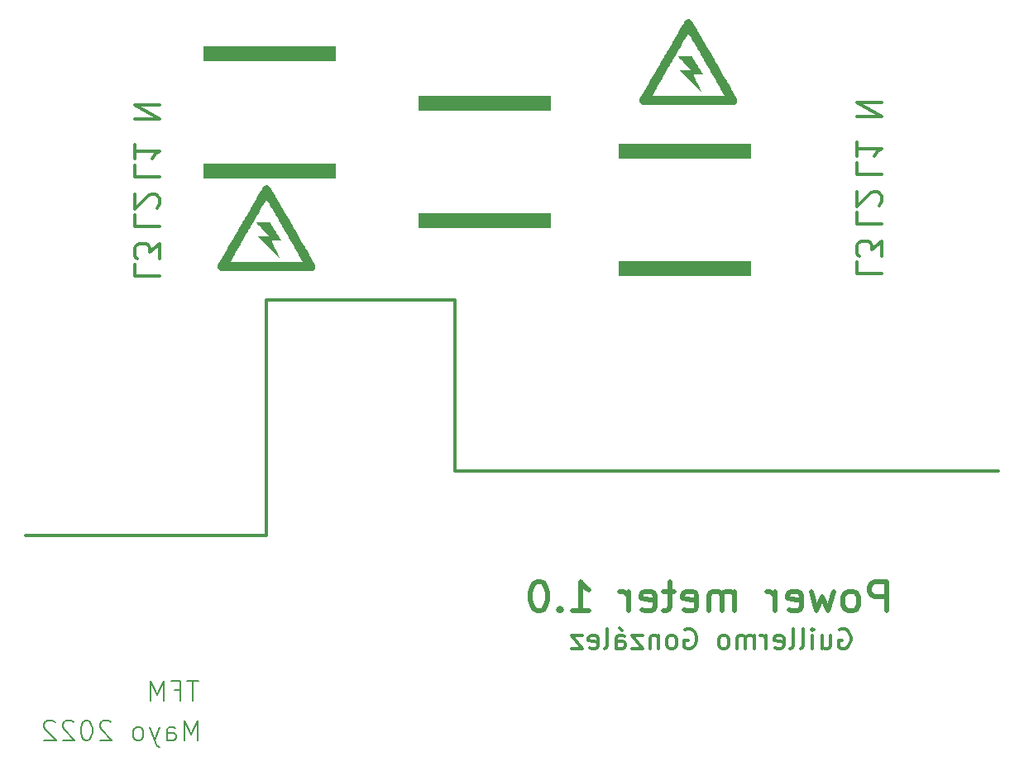
<source format=gbo>
%TF.GenerationSoftware,KiCad,Pcbnew,6.0.4-6f826c9f35~116~ubuntu20.04.1*%
%TF.CreationDate,2022-05-05T18:32:33+02:00*%
%TF.ProjectId,tfm,74666d2e-6b69-4636-9164-5f7063625858,1.0*%
%TF.SameCoordinates,Original*%
%TF.FileFunction,Legend,Bot*%
%TF.FilePolarity,Positive*%
%FSLAX46Y46*%
G04 Gerber Fmt 4.6, Leading zero omitted, Abs format (unit mm)*
G04 Created by KiCad (PCBNEW 6.0.4-6f826c9f35~116~ubuntu20.04.1) date 2022-05-05 18:32:33*
%MOMM*%
%LPD*%
G01*
G04 APERTURE LIST*
G04 Aperture macros list*
%AMRoundRect*
0 Rectangle with rounded corners*
0 $1 Rounding radius*
0 $2 $3 $4 $5 $6 $7 $8 $9 X,Y pos of 4 corners*
0 Add a 4 corners polygon primitive as box body*
4,1,4,$2,$3,$4,$5,$6,$7,$8,$9,$2,$3,0*
0 Add four circle primitives for the rounded corners*
1,1,$1+$1,$2,$3*
1,1,$1+$1,$4,$5*
1,1,$1+$1,$6,$7*
1,1,$1+$1,$8,$9*
0 Add four rect primitives between the rounded corners*
20,1,$1+$1,$2,$3,$4,$5,0*
20,1,$1+$1,$4,$5,$6,$7,0*
20,1,$1+$1,$6,$7,$8,$9,0*
20,1,$1+$1,$8,$9,$2,$3,0*%
G04 Aperture macros list end*
%ADD10C,0.300000*%
%ADD11C,0.200000*%
%ADD12C,0.500000*%
%ADD13C,1.500000*%
%ADD14C,2.000000*%
%ADD15R,1.700000X1.700000*%
%ADD16O,1.700000X1.700000*%
%ADD17RoundRect,0.750000X6.750000X0.000000X6.750000X0.000000X-6.750000X0.000000X-6.750000X0.000000X0*%
%ADD18R,1.524000X1.524000*%
%ADD19C,1.524000*%
%ADD20C,1.800000*%
%ADD21C,6.400000*%
%ADD22C,3.600000*%
%ADD23C,1.600000*%
%ADD24O,1.600000X1.600000*%
%ADD25R,3.960000X1.980000*%
%ADD26O,3.960000X1.980000*%
%ADD27C,1.440000*%
G04 APERTURE END LIST*
D10*
X142650000Y-78232000D02*
X142650000Y-95758000D01*
X142650000Y-95758000D02*
X198276000Y-95758000D01*
X123346000Y-102362000D02*
X123346000Y-78232000D01*
X98708000Y-102362000D02*
X123346000Y-102362000D01*
X123346000Y-78232000D02*
X142650000Y-78232000D01*
X183781047Y-64170666D02*
X183781047Y-65361142D01*
X186281047Y-65361142D01*
X183781047Y-62027809D02*
X183781047Y-63456380D01*
X183781047Y-62742095D02*
X186281047Y-62742095D01*
X185923904Y-62980190D01*
X185685809Y-63218285D01*
X185566761Y-63456380D01*
X183781047Y-69250666D02*
X183781047Y-70441142D01*
X186281047Y-70441142D01*
X186042952Y-68536380D02*
X186162000Y-68417333D01*
X186281047Y-68179238D01*
X186281047Y-67584000D01*
X186162000Y-67345904D01*
X186042952Y-67226857D01*
X185804857Y-67107809D01*
X185566761Y-67107809D01*
X185209619Y-67226857D01*
X183781047Y-68655428D01*
X183781047Y-67107809D01*
D11*
X116267523Y-123332761D02*
X116267523Y-121332761D01*
X115600857Y-122761333D01*
X114934190Y-121332761D01*
X114934190Y-123332761D01*
X113124666Y-123332761D02*
X113124666Y-122285142D01*
X113219904Y-122094666D01*
X113410380Y-121999428D01*
X113791333Y-121999428D01*
X113981809Y-122094666D01*
X113124666Y-123237523D02*
X113315142Y-123332761D01*
X113791333Y-123332761D01*
X113981809Y-123237523D01*
X114077047Y-123047047D01*
X114077047Y-122856571D01*
X113981809Y-122666095D01*
X113791333Y-122570857D01*
X113315142Y-122570857D01*
X113124666Y-122475619D01*
X112362761Y-121999428D02*
X111886571Y-123332761D01*
X111410380Y-121999428D02*
X111886571Y-123332761D01*
X112077047Y-123808952D01*
X112172285Y-123904190D01*
X112362761Y-123999428D01*
X110362761Y-123332761D02*
X110553238Y-123237523D01*
X110648476Y-123142285D01*
X110743714Y-122951809D01*
X110743714Y-122380380D01*
X110648476Y-122189904D01*
X110553238Y-122094666D01*
X110362761Y-121999428D01*
X110077047Y-121999428D01*
X109886571Y-122094666D01*
X109791333Y-122189904D01*
X109696095Y-122380380D01*
X109696095Y-122951809D01*
X109791333Y-123142285D01*
X109886571Y-123237523D01*
X110077047Y-123332761D01*
X110362761Y-123332761D01*
X107410380Y-121523238D02*
X107315142Y-121428000D01*
X107124666Y-121332761D01*
X106648476Y-121332761D01*
X106458000Y-121428000D01*
X106362761Y-121523238D01*
X106267523Y-121713714D01*
X106267523Y-121904190D01*
X106362761Y-122189904D01*
X107505619Y-123332761D01*
X106267523Y-123332761D01*
X105029428Y-121332761D02*
X104838952Y-121332761D01*
X104648476Y-121428000D01*
X104553238Y-121523238D01*
X104458000Y-121713714D01*
X104362761Y-122094666D01*
X104362761Y-122570857D01*
X104458000Y-122951809D01*
X104553238Y-123142285D01*
X104648476Y-123237523D01*
X104838952Y-123332761D01*
X105029428Y-123332761D01*
X105219904Y-123237523D01*
X105315142Y-123142285D01*
X105410380Y-122951809D01*
X105505619Y-122570857D01*
X105505619Y-122094666D01*
X105410380Y-121713714D01*
X105315142Y-121523238D01*
X105219904Y-121428000D01*
X105029428Y-121332761D01*
X103600857Y-121523238D02*
X103505619Y-121428000D01*
X103315142Y-121332761D01*
X102838952Y-121332761D01*
X102648476Y-121428000D01*
X102553238Y-121523238D01*
X102458000Y-121713714D01*
X102458000Y-121904190D01*
X102553238Y-122189904D01*
X103696095Y-123332761D01*
X102458000Y-123332761D01*
X101696095Y-121523238D02*
X101600857Y-121428000D01*
X101410380Y-121332761D01*
X100934190Y-121332761D01*
X100743714Y-121428000D01*
X100648476Y-121523238D01*
X100553238Y-121713714D01*
X100553238Y-121904190D01*
X100648476Y-122189904D01*
X101791333Y-123332761D01*
X100553238Y-123332761D01*
D12*
X186798857Y-110069142D02*
X186798857Y-107069142D01*
X185656000Y-107069142D01*
X185370285Y-107212000D01*
X185227428Y-107354857D01*
X185084571Y-107640571D01*
X185084571Y-108069142D01*
X185227428Y-108354857D01*
X185370285Y-108497714D01*
X185656000Y-108640571D01*
X186798857Y-108640571D01*
X183370285Y-110069142D02*
X183656000Y-109926285D01*
X183798857Y-109783428D01*
X183941714Y-109497714D01*
X183941714Y-108640571D01*
X183798857Y-108354857D01*
X183656000Y-108212000D01*
X183370285Y-108069142D01*
X182941714Y-108069142D01*
X182656000Y-108212000D01*
X182513142Y-108354857D01*
X182370285Y-108640571D01*
X182370285Y-109497714D01*
X182513142Y-109783428D01*
X182656000Y-109926285D01*
X182941714Y-110069142D01*
X183370285Y-110069142D01*
X181370285Y-108069142D02*
X180798857Y-110069142D01*
X180227428Y-108640571D01*
X179656000Y-110069142D01*
X179084571Y-108069142D01*
X176798857Y-109926285D02*
X177084571Y-110069142D01*
X177656000Y-110069142D01*
X177941714Y-109926285D01*
X178084571Y-109640571D01*
X178084571Y-108497714D01*
X177941714Y-108212000D01*
X177656000Y-108069142D01*
X177084571Y-108069142D01*
X176798857Y-108212000D01*
X176656000Y-108497714D01*
X176656000Y-108783428D01*
X178084571Y-109069142D01*
X175370285Y-110069142D02*
X175370285Y-108069142D01*
X175370285Y-108640571D02*
X175227428Y-108354857D01*
X175084571Y-108212000D01*
X174798857Y-108069142D01*
X174513142Y-108069142D01*
X171227428Y-110069142D02*
X171227428Y-108069142D01*
X171227428Y-108354857D02*
X171084571Y-108212000D01*
X170798857Y-108069142D01*
X170370285Y-108069142D01*
X170084571Y-108212000D01*
X169941714Y-108497714D01*
X169941714Y-110069142D01*
X169941714Y-108497714D02*
X169798857Y-108212000D01*
X169513142Y-108069142D01*
X169084571Y-108069142D01*
X168798857Y-108212000D01*
X168656000Y-108497714D01*
X168656000Y-110069142D01*
X166084571Y-109926285D02*
X166370285Y-110069142D01*
X166941714Y-110069142D01*
X167227428Y-109926285D01*
X167370285Y-109640571D01*
X167370285Y-108497714D01*
X167227428Y-108212000D01*
X166941714Y-108069142D01*
X166370285Y-108069142D01*
X166084571Y-108212000D01*
X165941714Y-108497714D01*
X165941714Y-108783428D01*
X167370285Y-109069142D01*
X165084571Y-108069142D02*
X163941714Y-108069142D01*
X164656000Y-107069142D02*
X164656000Y-109640571D01*
X164513142Y-109926285D01*
X164227428Y-110069142D01*
X163941714Y-110069142D01*
X161798857Y-109926285D02*
X162084571Y-110069142D01*
X162656000Y-110069142D01*
X162941714Y-109926285D01*
X163084571Y-109640571D01*
X163084571Y-108497714D01*
X162941714Y-108212000D01*
X162656000Y-108069142D01*
X162084571Y-108069142D01*
X161798857Y-108212000D01*
X161656000Y-108497714D01*
X161656000Y-108783428D01*
X163084571Y-109069142D01*
X160370285Y-110069142D02*
X160370285Y-108069142D01*
X160370285Y-108640571D02*
X160227428Y-108354857D01*
X160084571Y-108212000D01*
X159798857Y-108069142D01*
X159513142Y-108069142D01*
X154656000Y-110069142D02*
X156370285Y-110069142D01*
X155513142Y-110069142D02*
X155513142Y-107069142D01*
X155798857Y-107497714D01*
X156084571Y-107783428D01*
X156370285Y-107926285D01*
X153370285Y-109783428D02*
X153227428Y-109926285D01*
X153370285Y-110069142D01*
X153513142Y-109926285D01*
X153370285Y-109783428D01*
X153370285Y-110069142D01*
X151370285Y-107069142D02*
X151084571Y-107069142D01*
X150798857Y-107212000D01*
X150656000Y-107354857D01*
X150513142Y-107640571D01*
X150370285Y-108212000D01*
X150370285Y-108926285D01*
X150513142Y-109497714D01*
X150656000Y-109783428D01*
X150798857Y-109926285D01*
X151084571Y-110069142D01*
X151370285Y-110069142D01*
X151656000Y-109926285D01*
X151798857Y-109783428D01*
X151941714Y-109497714D01*
X152084571Y-108926285D01*
X152084571Y-108212000D01*
X151941714Y-107640571D01*
X151798857Y-107354857D01*
X151656000Y-107212000D01*
X151370285Y-107069142D01*
D10*
X109867047Y-59642285D02*
X112367047Y-59642285D01*
X109867047Y-58213714D01*
X112367047Y-58213714D01*
X109867047Y-69504666D02*
X109867047Y-70695142D01*
X112367047Y-70695142D01*
X112128952Y-68790380D02*
X112248000Y-68671333D01*
X112367047Y-68433238D01*
X112367047Y-67838000D01*
X112248000Y-67599904D01*
X112128952Y-67480857D01*
X111890857Y-67361809D01*
X111652761Y-67361809D01*
X111295619Y-67480857D01*
X109867047Y-68909428D01*
X109867047Y-67361809D01*
X109867047Y-74584666D02*
X109867047Y-75775142D01*
X112367047Y-75775142D01*
X112367047Y-73989428D02*
X112367047Y-72441809D01*
X111414666Y-73275142D01*
X111414666Y-72918000D01*
X111295619Y-72679904D01*
X111176571Y-72560857D01*
X110938476Y-72441809D01*
X110343238Y-72441809D01*
X110105142Y-72560857D01*
X109986095Y-72679904D01*
X109867047Y-72918000D01*
X109867047Y-73632285D01*
X109986095Y-73870380D01*
X110105142Y-73989428D01*
X182005238Y-112030000D02*
X182195714Y-111934761D01*
X182481428Y-111934761D01*
X182767142Y-112030000D01*
X182957619Y-112220476D01*
X183052857Y-112410952D01*
X183148095Y-112791904D01*
X183148095Y-113077619D01*
X183052857Y-113458571D01*
X182957619Y-113649047D01*
X182767142Y-113839523D01*
X182481428Y-113934761D01*
X182290952Y-113934761D01*
X182005238Y-113839523D01*
X181910000Y-113744285D01*
X181910000Y-113077619D01*
X182290952Y-113077619D01*
X180195714Y-112601428D02*
X180195714Y-113934761D01*
X181052857Y-112601428D02*
X181052857Y-113649047D01*
X180957619Y-113839523D01*
X180767142Y-113934761D01*
X180481428Y-113934761D01*
X180290952Y-113839523D01*
X180195714Y-113744285D01*
X179243333Y-113934761D02*
X179243333Y-112601428D01*
X179243333Y-111934761D02*
X179338571Y-112030000D01*
X179243333Y-112125238D01*
X179148095Y-112030000D01*
X179243333Y-111934761D01*
X179243333Y-112125238D01*
X178005238Y-113934761D02*
X178195714Y-113839523D01*
X178290952Y-113649047D01*
X178290952Y-111934761D01*
X176957619Y-113934761D02*
X177148095Y-113839523D01*
X177243333Y-113649047D01*
X177243333Y-111934761D01*
X175433809Y-113839523D02*
X175624285Y-113934761D01*
X176005238Y-113934761D01*
X176195714Y-113839523D01*
X176290952Y-113649047D01*
X176290952Y-112887142D01*
X176195714Y-112696666D01*
X176005238Y-112601428D01*
X175624285Y-112601428D01*
X175433809Y-112696666D01*
X175338571Y-112887142D01*
X175338571Y-113077619D01*
X176290952Y-113268095D01*
X174481428Y-113934761D02*
X174481428Y-112601428D01*
X174481428Y-112982380D02*
X174386190Y-112791904D01*
X174290952Y-112696666D01*
X174100476Y-112601428D01*
X173910000Y-112601428D01*
X173243333Y-113934761D02*
X173243333Y-112601428D01*
X173243333Y-112791904D02*
X173148095Y-112696666D01*
X172957619Y-112601428D01*
X172671904Y-112601428D01*
X172481428Y-112696666D01*
X172386190Y-112887142D01*
X172386190Y-113934761D01*
X172386190Y-112887142D02*
X172290952Y-112696666D01*
X172100476Y-112601428D01*
X171814761Y-112601428D01*
X171624285Y-112696666D01*
X171529047Y-112887142D01*
X171529047Y-113934761D01*
X170290952Y-113934761D02*
X170481428Y-113839523D01*
X170576666Y-113744285D01*
X170671904Y-113553809D01*
X170671904Y-112982380D01*
X170576666Y-112791904D01*
X170481428Y-112696666D01*
X170290952Y-112601428D01*
X170005238Y-112601428D01*
X169814761Y-112696666D01*
X169719523Y-112791904D01*
X169624285Y-112982380D01*
X169624285Y-113553809D01*
X169719523Y-113744285D01*
X169814761Y-113839523D01*
X170005238Y-113934761D01*
X170290952Y-113934761D01*
X166195714Y-112030000D02*
X166386190Y-111934761D01*
X166671904Y-111934761D01*
X166957619Y-112030000D01*
X167148095Y-112220476D01*
X167243333Y-112410952D01*
X167338571Y-112791904D01*
X167338571Y-113077619D01*
X167243333Y-113458571D01*
X167148095Y-113649047D01*
X166957619Y-113839523D01*
X166671904Y-113934761D01*
X166481428Y-113934761D01*
X166195714Y-113839523D01*
X166100476Y-113744285D01*
X166100476Y-113077619D01*
X166481428Y-113077619D01*
X164957619Y-113934761D02*
X165148095Y-113839523D01*
X165243333Y-113744285D01*
X165338571Y-113553809D01*
X165338571Y-112982380D01*
X165243333Y-112791904D01*
X165148095Y-112696666D01*
X164957619Y-112601428D01*
X164671904Y-112601428D01*
X164481428Y-112696666D01*
X164386190Y-112791904D01*
X164290952Y-112982380D01*
X164290952Y-113553809D01*
X164386190Y-113744285D01*
X164481428Y-113839523D01*
X164671904Y-113934761D01*
X164957619Y-113934761D01*
X163433809Y-112601428D02*
X163433809Y-113934761D01*
X163433809Y-112791904D02*
X163338571Y-112696666D01*
X163148095Y-112601428D01*
X162862380Y-112601428D01*
X162671904Y-112696666D01*
X162576666Y-112887142D01*
X162576666Y-113934761D01*
X161814761Y-112601428D02*
X160767142Y-112601428D01*
X161814761Y-113934761D01*
X160767142Y-113934761D01*
X159148095Y-113934761D02*
X159148095Y-112887142D01*
X159243333Y-112696666D01*
X159433809Y-112601428D01*
X159814761Y-112601428D01*
X160005238Y-112696666D01*
X159148095Y-113839523D02*
X159338571Y-113934761D01*
X159814761Y-113934761D01*
X160005238Y-113839523D01*
X160100476Y-113649047D01*
X160100476Y-113458571D01*
X160005238Y-113268095D01*
X159814761Y-113172857D01*
X159338571Y-113172857D01*
X159148095Y-113077619D01*
X159433809Y-111839523D02*
X159719523Y-112125238D01*
X157910000Y-113934761D02*
X158100476Y-113839523D01*
X158195714Y-113649047D01*
X158195714Y-111934761D01*
X156386190Y-113839523D02*
X156576666Y-113934761D01*
X156957619Y-113934761D01*
X157148095Y-113839523D01*
X157243333Y-113649047D01*
X157243333Y-112887142D01*
X157148095Y-112696666D01*
X156957619Y-112601428D01*
X156576666Y-112601428D01*
X156386190Y-112696666D01*
X156290952Y-112887142D01*
X156290952Y-113077619D01*
X157243333Y-113268095D01*
X155624285Y-112601428D02*
X154576666Y-112601428D01*
X155624285Y-113934761D01*
X154576666Y-113934761D01*
D11*
X116363428Y-117268761D02*
X115220571Y-117268761D01*
X115792000Y-119268761D02*
X115792000Y-117268761D01*
X113887238Y-118221142D02*
X114553904Y-118221142D01*
X114553904Y-119268761D02*
X114553904Y-117268761D01*
X113601523Y-117268761D01*
X112839619Y-119268761D02*
X112839619Y-117268761D01*
X112172952Y-118697333D01*
X111506285Y-117268761D01*
X111506285Y-119268761D01*
D10*
X109867047Y-64424666D02*
X109867047Y-65615142D01*
X112367047Y-65615142D01*
X109867047Y-62281809D02*
X109867047Y-63710380D01*
X109867047Y-62996095D02*
X112367047Y-62996095D01*
X112009904Y-63234190D01*
X111771809Y-63472285D01*
X111652761Y-63710380D01*
X183781047Y-74330666D02*
X183781047Y-75521142D01*
X186281047Y-75521142D01*
X186281047Y-73735428D02*
X186281047Y-72187809D01*
X185328666Y-73021142D01*
X185328666Y-72664000D01*
X185209619Y-72425904D01*
X185090571Y-72306857D01*
X184852476Y-72187809D01*
X184257238Y-72187809D01*
X184019142Y-72306857D01*
X183900095Y-72425904D01*
X183781047Y-72664000D01*
X183781047Y-73378285D01*
X183900095Y-73616380D01*
X184019142Y-73735428D01*
X183781047Y-59388285D02*
X186281047Y-59388285D01*
X183781047Y-57959714D01*
X186281047Y-57959714D01*
G36*
X171399099Y-57423343D02*
G01*
X171439015Y-57495335D01*
X171468335Y-57550237D01*
X171488728Y-57591039D01*
X171501862Y-57620726D01*
X171509405Y-57642286D01*
X171522762Y-57703177D01*
X171524810Y-57832941D01*
X171492755Y-57955093D01*
X171429723Y-58063395D01*
X171338838Y-58151610D01*
X171223228Y-58213499D01*
X171216064Y-58215520D01*
X171198376Y-58218445D01*
X171171389Y-58221140D01*
X171133686Y-58223612D01*
X171083847Y-58225869D01*
X171020455Y-58227917D01*
X170942092Y-58229764D01*
X170847341Y-58231417D01*
X170734782Y-58232885D01*
X170602999Y-58234173D01*
X170450572Y-58235289D01*
X170276085Y-58236242D01*
X170078119Y-58237037D01*
X169855256Y-58237683D01*
X169606078Y-58238187D01*
X169329167Y-58238556D01*
X169023105Y-58238797D01*
X168686475Y-58238918D01*
X168317857Y-58238926D01*
X167915835Y-58238828D01*
X167478990Y-58238633D01*
X167005904Y-58238346D01*
X166495159Y-58237976D01*
X161843471Y-58234384D01*
X161747829Y-58175252D01*
X161668968Y-58113238D01*
X161593055Y-58020387D01*
X161562219Y-57965907D01*
X161544053Y-57916368D01*
X161535844Y-57858162D01*
X161533923Y-57776127D01*
X161533923Y-57627601D01*
X161698124Y-57344839D01*
X161718395Y-57309938D01*
X161720505Y-57306307D01*
X162793664Y-57306307D01*
X166528148Y-57306307D01*
X166784837Y-57306294D01*
X167227803Y-57306200D01*
X167633839Y-57306006D01*
X168004336Y-57305703D01*
X168340685Y-57305282D01*
X168644277Y-57304734D01*
X168916504Y-57304049D01*
X169158756Y-57303220D01*
X169372424Y-57302236D01*
X169558899Y-57301088D01*
X169719573Y-57299767D01*
X169855837Y-57298265D01*
X169969081Y-57296571D01*
X170060696Y-57294677D01*
X170132074Y-57292574D01*
X170184605Y-57290252D01*
X170219681Y-57287703D01*
X170238693Y-57284917D01*
X170243032Y-57281884D01*
X170242897Y-57281715D01*
X170226994Y-57257040D01*
X170195214Y-57204283D01*
X170150950Y-57129200D01*
X170097597Y-57037545D01*
X170038549Y-56935077D01*
X169997575Y-56863670D01*
X169920138Y-56728881D01*
X169840041Y-56589633D01*
X169764644Y-56458717D01*
X169701305Y-56348923D01*
X169695768Y-56339338D01*
X169626066Y-56218603D01*
X169548918Y-56084886D01*
X169473326Y-55953791D01*
X169408290Y-55840923D01*
X169342466Y-55726705D01*
X169266083Y-55594291D01*
X169189027Y-55460809D01*
X169120778Y-55342692D01*
X169053832Y-55226835D01*
X168975227Y-55090687D01*
X168896536Y-54954295D01*
X168827589Y-54834692D01*
X168823135Y-54826962D01*
X168765369Y-54726838D01*
X168694361Y-54603950D01*
X168615955Y-54468397D01*
X168535990Y-54330278D01*
X168460308Y-54199692D01*
X168453663Y-54188232D01*
X168377345Y-54056529D01*
X168297286Y-53918225D01*
X168219328Y-53783418D01*
X168149311Y-53662208D01*
X168093074Y-53564692D01*
X168026307Y-53448835D01*
X167947776Y-53312687D01*
X167869046Y-53176295D01*
X167799944Y-53056692D01*
X167732225Y-52939427D01*
X167655297Y-52806005D01*
X167579022Y-52673540D01*
X167512866Y-52558461D01*
X167473440Y-52489865D01*
X167405790Y-52372348D01*
X167329979Y-52240823D01*
X167252686Y-52106871D01*
X167180588Y-51982077D01*
X167085354Y-51817343D01*
X166959650Y-51599821D01*
X166848167Y-51406810D01*
X166752249Y-51240634D01*
X166673238Y-51103618D01*
X166612476Y-50998088D01*
X166612376Y-50997914D01*
X166572109Y-50928758D01*
X166546033Y-50888975D01*
X166528962Y-50874018D01*
X166515713Y-50879341D01*
X166501101Y-50900396D01*
X166479328Y-50936500D01*
X166437207Y-51008021D01*
X166377892Y-51109780D01*
X166302534Y-51239795D01*
X166212285Y-51396080D01*
X166108298Y-51576654D01*
X165911837Y-51917844D01*
X165709146Y-52269135D01*
X165516418Y-52602423D01*
X165505033Y-52622091D01*
X165440813Y-52733125D01*
X165374691Y-52847588D01*
X165313833Y-52953068D01*
X165265405Y-53037154D01*
X165254016Y-53056952D01*
X165205257Y-53141626D01*
X165144147Y-53247623D01*
X165069482Y-53377027D01*
X164980061Y-53531922D01*
X164874681Y-53714391D01*
X164752139Y-53926517D01*
X164611231Y-54170384D01*
X164576022Y-54231327D01*
X164498826Y-54364992D01*
X164414394Y-54511238D01*
X164330754Y-54656158D01*
X164255934Y-54785846D01*
X164213400Y-54859584D01*
X164136628Y-54992657D01*
X164057928Y-55129050D01*
X163984449Y-55256371D01*
X163923341Y-55362230D01*
X163919341Y-55369158D01*
X163850664Y-55488128D01*
X163772418Y-55623704D01*
X163693932Y-55759718D01*
X163624539Y-55880000D01*
X163620405Y-55887165D01*
X163550099Y-56008997D01*
X163471292Y-56145489D01*
X163393322Y-56280470D01*
X163325530Y-56397769D01*
X163258239Y-56514265D01*
X163180392Y-56649215D01*
X163102799Y-56783878D01*
X163035123Y-56901489D01*
X163018479Y-56930395D01*
X162963250Y-57025653D01*
X162912143Y-57112894D01*
X162870238Y-57183475D01*
X162842619Y-57228758D01*
X162793664Y-57306307D01*
X161720505Y-57306307D01*
X161789499Y-57187600D01*
X161864184Y-57059204D01*
X161934720Y-56938037D01*
X161993376Y-56837384D01*
X162047903Y-56743643D01*
X162107158Y-56641299D01*
X162160956Y-56547936D01*
X162202153Y-56475923D01*
X162239638Y-56410188D01*
X162311836Y-56284312D01*
X162403529Y-56125124D01*
X162514576Y-55932869D01*
X162644832Y-55707796D01*
X162794154Y-55450154D01*
X162927285Y-55220451D01*
X163103022Y-54916740D01*
X163274785Y-54619269D01*
X163451818Y-54312038D01*
X163481790Y-54259984D01*
X163596487Y-54060913D01*
X163725016Y-53838004D01*
X163862913Y-53598992D01*
X164005712Y-53351612D01*
X164148950Y-53103599D01*
X164288161Y-52862688D01*
X164418880Y-52636615D01*
X164444199Y-52592833D01*
X164516207Y-52468240D01*
X164599490Y-52324055D01*
X164688236Y-52170345D01*
X164776632Y-52017177D01*
X164858867Y-51874615D01*
X164890874Y-51819119D01*
X164976992Y-51669869D01*
X165067362Y-51513330D01*
X165156044Y-51359789D01*
X165237095Y-51219532D01*
X165304577Y-51102846D01*
X165308833Y-51095490D01*
X165448595Y-50853803D01*
X165570662Y-50642383D01*
X165676982Y-50457845D01*
X165769498Y-50296800D01*
X165850156Y-50155864D01*
X165920904Y-50031649D01*
X165983685Y-49920769D01*
X166041949Y-49820823D01*
X166121599Y-49698429D01*
X166194987Y-49606220D01*
X166266011Y-49540138D01*
X166338570Y-49496123D01*
X166416561Y-49470119D01*
X166482482Y-49458173D01*
X166555013Y-49456612D01*
X166638346Y-49470314D01*
X166663741Y-49476745D01*
X166733135Y-49504903D01*
X166799580Y-49550315D01*
X166866564Y-49616790D01*
X166937573Y-49708136D01*
X167016093Y-49828160D01*
X167105611Y-49980670D01*
X167122746Y-50010935D01*
X167193119Y-50134797D01*
X167268210Y-50266411D01*
X167340058Y-50391841D01*
X167400700Y-50497154D01*
X167431864Y-50551061D01*
X167475124Y-50625914D01*
X167520756Y-50704903D01*
X167571213Y-50792272D01*
X167628943Y-50892266D01*
X167696398Y-51009130D01*
X167776028Y-51147107D01*
X167870284Y-51310444D01*
X167981616Y-51503384D01*
X167986712Y-51512217D01*
X168053148Y-51627343D01*
X168129315Y-51759321D01*
X168206204Y-51892539D01*
X168274804Y-52011384D01*
X168304918Y-52063572D01*
X168376063Y-52186974D01*
X168455194Y-52324336D01*
X168534654Y-52462366D01*
X168606785Y-52587769D01*
X168674099Y-52704695D01*
X168754972Y-52844906D01*
X168841999Y-52995577D01*
X168928406Y-53144979D01*
X169007419Y-53281384D01*
X169030887Y-53321862D01*
X169186933Y-53591129D01*
X169323758Y-53827475D01*
X169441780Y-54031624D01*
X169541419Y-54204301D01*
X169623094Y-54346230D01*
X169628999Y-54356507D01*
X169679983Y-54445125D01*
X169742171Y-54553061D01*
X169808242Y-54667613D01*
X169870871Y-54776077D01*
X169891483Y-54811762D01*
X169942362Y-54899913D01*
X170008270Y-55014161D01*
X170086326Y-55149506D01*
X170173645Y-55300947D01*
X170267345Y-55463485D01*
X170364542Y-55632117D01*
X170462352Y-55801846D01*
X170519221Y-55900516D01*
X170615837Y-56068059D01*
X170709571Y-56230494D01*
X170797653Y-56383029D01*
X170877315Y-56520871D01*
X170945787Y-56639227D01*
X171000300Y-56733303D01*
X171038084Y-56798307D01*
X171100109Y-56904736D01*
X171199092Y-57074958D01*
X171280806Y-57216142D01*
X171318557Y-57281884D01*
X171346918Y-57331274D01*
X171399099Y-57423343D01*
G37*
G36*
X166256156Y-53242323D02*
G01*
X166425724Y-53242575D01*
X166561657Y-53243278D01*
X166667883Y-53244619D01*
X166748330Y-53246784D01*
X166806927Y-53249960D01*
X166847601Y-53254333D01*
X166874282Y-53260089D01*
X166890896Y-53267416D01*
X166901373Y-53276500D01*
X166911863Y-53290544D01*
X166942369Y-53336147D01*
X166986231Y-53404638D01*
X167039302Y-53489503D01*
X167097432Y-53584230D01*
X167120431Y-53622016D01*
X167197448Y-53748173D01*
X167283097Y-53888029D01*
X167368493Y-54027086D01*
X167444746Y-54150846D01*
X167480529Y-54208877D01*
X167552408Y-54325879D01*
X167623582Y-54442223D01*
X167687419Y-54547059D01*
X167737289Y-54629538D01*
X167767679Y-54679792D01*
X167826981Y-54776519D01*
X167884471Y-54868842D01*
X167931095Y-54942154D01*
X168013348Y-55069154D01*
X167533443Y-55074379D01*
X167500669Y-55074753D01*
X167349910Y-55077067D01*
X167234191Y-55080107D01*
X167150117Y-55084083D01*
X167094298Y-55089199D01*
X167063341Y-55095665D01*
X167053853Y-55103687D01*
X167053877Y-55104577D01*
X167055332Y-55113940D01*
X167060063Y-55129285D01*
X167069529Y-55153886D01*
X167085190Y-55191019D01*
X167108504Y-55243961D01*
X167140931Y-55315988D01*
X167183930Y-55410375D01*
X167238961Y-55530399D01*
X167307483Y-55679336D01*
X167390954Y-55860461D01*
X167425255Y-55934862D01*
X167517170Y-56134301D01*
X167594437Y-56302107D01*
X167658360Y-56441156D01*
X167710243Y-56554324D01*
X167751391Y-56644487D01*
X167783110Y-56714523D01*
X167806704Y-56767305D01*
X167823477Y-56805712D01*
X167834734Y-56832620D01*
X167841780Y-56850904D01*
X167845920Y-56863440D01*
X167843913Y-56863599D01*
X167820358Y-56844617D01*
X167772186Y-56800816D01*
X167701420Y-56734162D01*
X167610082Y-56646616D01*
X167500192Y-56540144D01*
X167373774Y-56416707D01*
X167232849Y-56278271D01*
X167079439Y-56126798D01*
X166915566Y-55964252D01*
X166743252Y-55792597D01*
X166667362Y-55716771D01*
X166498079Y-55547120D01*
X166338226Y-55386226D01*
X166189838Y-55236174D01*
X166054948Y-55099050D01*
X165935592Y-54976940D01*
X165833803Y-54871928D01*
X165751615Y-54786099D01*
X165691061Y-54721541D01*
X165654177Y-54680337D01*
X165642997Y-54664573D01*
X165643175Y-54664421D01*
X165667261Y-54660322D01*
X165725022Y-54656280D01*
X165811251Y-54652486D01*
X165920740Y-54649133D01*
X166048282Y-54646412D01*
X166188669Y-54644514D01*
X166719488Y-54639307D01*
X166104975Y-53955787D01*
X165985913Y-53823071D01*
X165869828Y-53693087D01*
X165764578Y-53574639D01*
X165672723Y-53470637D01*
X165596824Y-53383991D01*
X165539441Y-53317610D01*
X165503133Y-53274406D01*
X165490462Y-53257287D01*
X165506011Y-53254129D01*
X165556477Y-53250914D01*
X165637625Y-53248070D01*
X165745056Y-53245692D01*
X165874370Y-53243875D01*
X166021168Y-53242715D01*
X166181049Y-53242307D01*
X166256156Y-53242323D01*
G37*
G36*
X128219099Y-74441343D02*
G01*
X128259015Y-74513335D01*
X128288335Y-74568237D01*
X128308728Y-74609039D01*
X128321862Y-74638726D01*
X128329405Y-74660286D01*
X128342762Y-74721177D01*
X128344810Y-74850941D01*
X128312755Y-74973093D01*
X128249723Y-75081395D01*
X128158838Y-75169610D01*
X128043228Y-75231499D01*
X128036064Y-75233520D01*
X128018376Y-75236445D01*
X127991389Y-75239140D01*
X127953686Y-75241612D01*
X127903847Y-75243869D01*
X127840455Y-75245917D01*
X127762092Y-75247764D01*
X127667341Y-75249417D01*
X127554782Y-75250885D01*
X127422999Y-75252173D01*
X127270572Y-75253289D01*
X127096085Y-75254242D01*
X126898119Y-75255037D01*
X126675256Y-75255683D01*
X126426078Y-75256187D01*
X126149167Y-75256556D01*
X125843105Y-75256797D01*
X125506475Y-75256918D01*
X125137857Y-75256926D01*
X124735835Y-75256828D01*
X124298990Y-75256633D01*
X123825904Y-75256346D01*
X123315159Y-75255976D01*
X118663471Y-75252384D01*
X118567829Y-75193252D01*
X118488968Y-75131238D01*
X118413055Y-75038387D01*
X118382219Y-74983907D01*
X118364053Y-74934368D01*
X118355844Y-74876162D01*
X118353923Y-74794127D01*
X118353923Y-74645601D01*
X118518124Y-74362839D01*
X118538395Y-74327938D01*
X118540505Y-74324307D01*
X119613664Y-74324307D01*
X123348148Y-74324307D01*
X123604837Y-74324294D01*
X124047803Y-74324200D01*
X124453839Y-74324006D01*
X124824336Y-74323703D01*
X125160685Y-74323282D01*
X125464277Y-74322734D01*
X125736504Y-74322049D01*
X125978756Y-74321220D01*
X126192424Y-74320236D01*
X126378899Y-74319088D01*
X126539573Y-74317767D01*
X126675837Y-74316265D01*
X126789081Y-74314571D01*
X126880696Y-74312677D01*
X126952074Y-74310574D01*
X127004605Y-74308252D01*
X127039681Y-74305703D01*
X127058693Y-74302917D01*
X127063032Y-74299884D01*
X127062897Y-74299715D01*
X127046994Y-74275040D01*
X127015214Y-74222283D01*
X126970950Y-74147200D01*
X126917597Y-74055545D01*
X126858549Y-73953077D01*
X126817575Y-73881670D01*
X126740138Y-73746881D01*
X126660041Y-73607633D01*
X126584644Y-73476717D01*
X126521305Y-73366923D01*
X126515768Y-73357338D01*
X126446066Y-73236603D01*
X126368918Y-73102886D01*
X126293326Y-72971791D01*
X126228290Y-72858923D01*
X126162466Y-72744705D01*
X126086083Y-72612291D01*
X126009027Y-72478809D01*
X125940778Y-72360692D01*
X125873832Y-72244835D01*
X125795227Y-72108687D01*
X125716536Y-71972295D01*
X125647589Y-71852692D01*
X125643135Y-71844962D01*
X125585369Y-71744838D01*
X125514361Y-71621950D01*
X125435955Y-71486397D01*
X125355990Y-71348278D01*
X125280308Y-71217692D01*
X125273663Y-71206232D01*
X125197345Y-71074529D01*
X125117286Y-70936225D01*
X125039328Y-70801418D01*
X124969311Y-70680208D01*
X124913074Y-70582692D01*
X124846307Y-70466835D01*
X124767776Y-70330687D01*
X124689046Y-70194295D01*
X124619944Y-70074692D01*
X124552225Y-69957427D01*
X124475297Y-69824005D01*
X124399022Y-69691540D01*
X124332866Y-69576461D01*
X124293440Y-69507865D01*
X124225790Y-69390348D01*
X124149979Y-69258823D01*
X124072686Y-69124871D01*
X124000588Y-69000077D01*
X123905354Y-68835343D01*
X123779650Y-68617821D01*
X123668167Y-68424810D01*
X123572249Y-68258634D01*
X123493238Y-68121618D01*
X123432476Y-68016088D01*
X123432376Y-68015914D01*
X123392109Y-67946758D01*
X123366033Y-67906975D01*
X123348962Y-67892018D01*
X123335713Y-67897341D01*
X123321101Y-67918396D01*
X123299328Y-67954500D01*
X123257207Y-68026021D01*
X123197892Y-68127780D01*
X123122534Y-68257795D01*
X123032285Y-68414080D01*
X122928298Y-68594654D01*
X122731837Y-68935844D01*
X122529146Y-69287135D01*
X122336418Y-69620423D01*
X122325033Y-69640091D01*
X122260813Y-69751125D01*
X122194691Y-69865588D01*
X122133833Y-69971068D01*
X122085405Y-70055154D01*
X122074016Y-70074952D01*
X122025257Y-70159626D01*
X121964147Y-70265623D01*
X121889482Y-70395027D01*
X121800061Y-70549922D01*
X121694681Y-70732391D01*
X121572139Y-70944517D01*
X121431231Y-71188384D01*
X121396022Y-71249327D01*
X121318826Y-71382992D01*
X121234394Y-71529238D01*
X121150754Y-71674158D01*
X121075934Y-71803846D01*
X121033400Y-71877584D01*
X120956628Y-72010657D01*
X120877928Y-72147050D01*
X120804449Y-72274371D01*
X120743341Y-72380230D01*
X120739341Y-72387158D01*
X120670664Y-72506128D01*
X120592418Y-72641704D01*
X120513932Y-72777718D01*
X120444539Y-72898000D01*
X120440405Y-72905165D01*
X120370099Y-73026997D01*
X120291292Y-73163489D01*
X120213322Y-73298470D01*
X120145530Y-73415769D01*
X120078239Y-73532265D01*
X120000392Y-73667215D01*
X119922799Y-73801878D01*
X119855123Y-73919489D01*
X119838479Y-73948395D01*
X119783250Y-74043653D01*
X119732143Y-74130894D01*
X119690238Y-74201475D01*
X119662619Y-74246758D01*
X119613664Y-74324307D01*
X118540505Y-74324307D01*
X118609499Y-74205600D01*
X118684184Y-74077204D01*
X118754720Y-73956037D01*
X118813376Y-73855384D01*
X118867903Y-73761643D01*
X118927158Y-73659299D01*
X118980956Y-73565936D01*
X119022153Y-73493923D01*
X119059638Y-73428188D01*
X119131836Y-73302312D01*
X119223529Y-73143124D01*
X119334576Y-72950869D01*
X119464832Y-72725796D01*
X119614154Y-72468154D01*
X119747285Y-72238451D01*
X119923022Y-71934740D01*
X120094785Y-71637269D01*
X120271818Y-71330038D01*
X120301790Y-71277984D01*
X120416487Y-71078913D01*
X120545016Y-70856004D01*
X120682913Y-70616992D01*
X120825712Y-70369612D01*
X120968950Y-70121599D01*
X121108161Y-69880688D01*
X121238880Y-69654615D01*
X121264199Y-69610833D01*
X121336207Y-69486240D01*
X121419490Y-69342055D01*
X121508236Y-69188345D01*
X121596632Y-69035177D01*
X121678867Y-68892615D01*
X121710874Y-68837119D01*
X121796992Y-68687869D01*
X121887362Y-68531330D01*
X121976044Y-68377789D01*
X122057095Y-68237532D01*
X122124577Y-68120846D01*
X122128833Y-68113490D01*
X122268595Y-67871803D01*
X122390662Y-67660383D01*
X122496982Y-67475845D01*
X122589498Y-67314800D01*
X122670156Y-67173864D01*
X122740904Y-67049649D01*
X122803685Y-66938769D01*
X122861949Y-66838823D01*
X122941599Y-66716429D01*
X123014987Y-66624220D01*
X123086011Y-66558138D01*
X123158570Y-66514123D01*
X123236561Y-66488119D01*
X123302482Y-66476173D01*
X123375013Y-66474612D01*
X123458346Y-66488314D01*
X123483741Y-66494745D01*
X123553135Y-66522903D01*
X123619580Y-66568315D01*
X123686564Y-66634790D01*
X123757573Y-66726136D01*
X123836093Y-66846160D01*
X123925611Y-66998670D01*
X123942746Y-67028935D01*
X124013119Y-67152797D01*
X124088210Y-67284411D01*
X124160058Y-67409841D01*
X124220700Y-67515154D01*
X124251864Y-67569061D01*
X124295124Y-67643914D01*
X124340756Y-67722903D01*
X124391213Y-67810272D01*
X124448943Y-67910266D01*
X124516398Y-68027130D01*
X124596028Y-68165107D01*
X124690284Y-68328444D01*
X124801616Y-68521384D01*
X124806712Y-68530217D01*
X124873148Y-68645343D01*
X124949315Y-68777321D01*
X125026204Y-68910539D01*
X125094804Y-69029384D01*
X125124918Y-69081572D01*
X125196063Y-69204974D01*
X125275194Y-69342336D01*
X125354654Y-69480366D01*
X125426785Y-69605769D01*
X125494099Y-69722695D01*
X125574972Y-69862906D01*
X125661999Y-70013577D01*
X125748406Y-70162979D01*
X125827419Y-70299384D01*
X125850887Y-70339862D01*
X126006933Y-70609129D01*
X126143758Y-70845475D01*
X126261780Y-71049624D01*
X126361419Y-71222301D01*
X126443094Y-71364230D01*
X126448999Y-71374507D01*
X126499983Y-71463125D01*
X126562171Y-71571061D01*
X126628242Y-71685613D01*
X126690871Y-71794077D01*
X126711483Y-71829762D01*
X126762362Y-71917913D01*
X126828270Y-72032161D01*
X126906326Y-72167506D01*
X126993645Y-72318947D01*
X127087345Y-72481485D01*
X127184542Y-72650117D01*
X127282352Y-72819846D01*
X127339221Y-72918516D01*
X127435837Y-73086059D01*
X127529571Y-73248494D01*
X127617653Y-73401029D01*
X127697315Y-73538871D01*
X127765787Y-73657227D01*
X127820300Y-73751303D01*
X127858084Y-73816307D01*
X127920109Y-73922736D01*
X128019092Y-74092958D01*
X128100806Y-74234142D01*
X128138557Y-74299884D01*
X128166918Y-74349274D01*
X128219099Y-74441343D01*
G37*
G36*
X123076156Y-70260323D02*
G01*
X123245724Y-70260575D01*
X123381657Y-70261278D01*
X123487883Y-70262619D01*
X123568330Y-70264784D01*
X123626927Y-70267960D01*
X123667601Y-70272333D01*
X123694282Y-70278089D01*
X123710896Y-70285416D01*
X123721373Y-70294500D01*
X123731863Y-70308544D01*
X123762369Y-70354147D01*
X123806231Y-70422638D01*
X123859302Y-70507503D01*
X123917432Y-70602230D01*
X123940431Y-70640016D01*
X124017448Y-70766173D01*
X124103097Y-70906029D01*
X124188493Y-71045086D01*
X124264746Y-71168846D01*
X124300529Y-71226877D01*
X124372408Y-71343879D01*
X124443582Y-71460223D01*
X124507419Y-71565059D01*
X124557289Y-71647538D01*
X124587679Y-71697792D01*
X124646981Y-71794519D01*
X124704471Y-71886842D01*
X124751095Y-71960154D01*
X124833348Y-72087154D01*
X124353443Y-72092379D01*
X124320669Y-72092753D01*
X124169910Y-72095067D01*
X124054191Y-72098107D01*
X123970117Y-72102083D01*
X123914298Y-72107199D01*
X123883341Y-72113665D01*
X123873853Y-72121687D01*
X123873877Y-72122577D01*
X123875332Y-72131940D01*
X123880063Y-72147285D01*
X123889529Y-72171886D01*
X123905190Y-72209019D01*
X123928504Y-72261961D01*
X123960931Y-72333988D01*
X124003930Y-72428375D01*
X124058961Y-72548399D01*
X124127483Y-72697336D01*
X124210954Y-72878461D01*
X124245255Y-72952862D01*
X124337170Y-73152301D01*
X124414437Y-73320107D01*
X124478360Y-73459156D01*
X124530243Y-73572324D01*
X124571391Y-73662487D01*
X124603110Y-73732523D01*
X124626704Y-73785305D01*
X124643477Y-73823712D01*
X124654734Y-73850620D01*
X124661780Y-73868904D01*
X124665920Y-73881440D01*
X124663913Y-73881599D01*
X124640358Y-73862617D01*
X124592186Y-73818816D01*
X124521420Y-73752162D01*
X124430082Y-73664616D01*
X124320192Y-73558144D01*
X124193774Y-73434707D01*
X124052849Y-73296271D01*
X123899439Y-73144798D01*
X123735566Y-72982252D01*
X123563252Y-72810597D01*
X123487362Y-72734771D01*
X123318079Y-72565120D01*
X123158226Y-72404226D01*
X123009838Y-72254174D01*
X122874948Y-72117050D01*
X122755592Y-71994940D01*
X122653803Y-71889928D01*
X122571615Y-71804099D01*
X122511061Y-71739541D01*
X122474177Y-71698337D01*
X122462997Y-71682573D01*
X122463175Y-71682421D01*
X122487261Y-71678322D01*
X122545022Y-71674280D01*
X122631251Y-71670486D01*
X122740740Y-71667133D01*
X122868282Y-71664412D01*
X123008669Y-71662514D01*
X123539488Y-71657307D01*
X122924975Y-70973787D01*
X122805913Y-70841071D01*
X122689828Y-70711087D01*
X122584578Y-70592639D01*
X122492723Y-70488637D01*
X122416824Y-70401991D01*
X122359441Y-70335610D01*
X122323133Y-70292406D01*
X122310462Y-70275287D01*
X122326011Y-70272129D01*
X122376477Y-70268914D01*
X122457625Y-70266070D01*
X122565056Y-70263692D01*
X122694370Y-70261875D01*
X122841168Y-70260715D01*
X123001049Y-70260307D01*
X123076156Y-70260323D01*
G37*
%LPC*%
D13*
X182992000Y-128293000D03*
X178192000Y-128293000D03*
D14*
X183392000Y-131593000D03*
X177792000Y-131593000D03*
X178392000Y-124293000D03*
X182792000Y-124293000D03*
D15*
X137424000Y-112776000D03*
D16*
X139964000Y-112776000D03*
X142504000Y-112776000D03*
X145044000Y-112776000D03*
D15*
X152654000Y-126746000D03*
D16*
X152654000Y-129286000D03*
X152654000Y-131826000D03*
D17*
X145714000Y-70090000D03*
X145714000Y-58090000D03*
D15*
X142240000Y-135382000D03*
D16*
X144780000Y-135382000D03*
D18*
X182564000Y-89090000D03*
D19*
X195264000Y-89090000D03*
X195264000Y-99090000D03*
X182564000Y-99090000D03*
D13*
X193152000Y-128293000D03*
X188352000Y-128293000D03*
D14*
X193552000Y-131593000D03*
X187952000Y-131593000D03*
X188552000Y-124293000D03*
X192952000Y-124293000D03*
D20*
X102996000Y-91336000D03*
X101596000Y-98836000D03*
D17*
X123699000Y-52995000D03*
X123699000Y-64995000D03*
D21*
X194339000Y-107665000D03*
D22*
X194339000Y-107665000D03*
D17*
X166199000Y-62995000D03*
X166199000Y-74995000D03*
D23*
X182854000Y-82340000D03*
D24*
X190474000Y-82340000D03*
D15*
X161954000Y-126746000D03*
D16*
X161954000Y-129286000D03*
X161954000Y-131826000D03*
D23*
X145102000Y-82340000D03*
D24*
X152722000Y-82340000D03*
D21*
X102264000Y-50800000D03*
D22*
X102264000Y-50800000D03*
D19*
X114619000Y-82685000D03*
X114619000Y-87685000D03*
X114619000Y-104185000D03*
X114619000Y-106685000D03*
D13*
X168032000Y-128293000D03*
X172832000Y-128293000D03*
D14*
X167632000Y-131593000D03*
X173232000Y-131593000D03*
X168232000Y-124293000D03*
X172632000Y-124293000D03*
D21*
X102264000Y-108300000D03*
D22*
X102264000Y-108300000D03*
D18*
X163814000Y-89090000D03*
D19*
X176514000Y-89090000D03*
X176514000Y-99090000D03*
X163814000Y-99090000D03*
D15*
X157304000Y-126746000D03*
D16*
X157304000Y-129286000D03*
X157304000Y-131826000D03*
D25*
X105514000Y-58990000D03*
D26*
X105514000Y-63990000D03*
X105514000Y-68990000D03*
X105514000Y-73990000D03*
D23*
X163978000Y-82340000D03*
D24*
X171598000Y-82340000D03*
D27*
X135165000Y-93222000D03*
X132625000Y-93222000D03*
X130085000Y-93222000D03*
D18*
X145064000Y-89090000D03*
D19*
X157764000Y-89090000D03*
X157764000Y-99090000D03*
X145064000Y-99090000D03*
D21*
X194339000Y-50800000D03*
D22*
X194339000Y-50800000D03*
D25*
X191014000Y-74015000D03*
D26*
X191014000Y-69015000D03*
X191014000Y-64015000D03*
X191014000Y-59015000D03*
M02*

</source>
